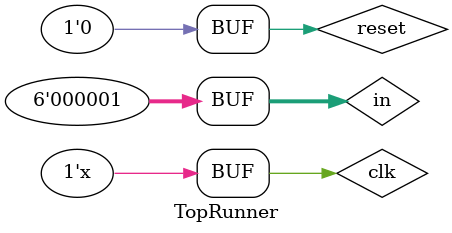
<source format=v>
`timescale 1ns / 1ps


module TopRunner;

	// Inputs
	reg [5:0] in;
	reg clk;
	reg reset;

	// Outputs
	wire [6:0] NUM;
	wire [3:0] AN;

	// Instantiate the Unit Under Test (UUT)
	TopModule uut (
		.in(in), 
		.clk(clk), 
		.reset(reset), 
		.NUM(NUM), 
		.AN(AN)
	);

	initial begin
		// Initialize Inputs
		in = 0;
		clk = 0;
		reset = 0;
		
		
		#50000 in = 4; //go 3F
		#100000 in = 0;
		#1500000000 in = 2; //go 2F
		#1500050000 in = 0;
		#3000000000 in = 1;
		

	end
      
		always begin
		#5 clk = ~clk; //100MHz baby
		end
endmodule


</source>
